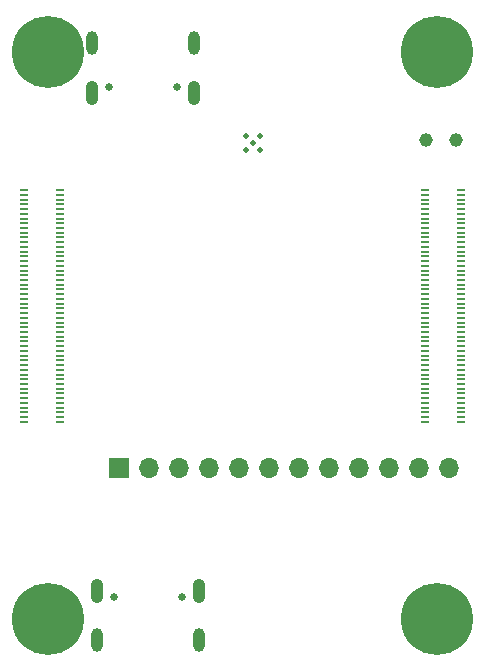
<source format=gts>
%TF.GenerationSoftware,KiCad,Pcbnew,7.0.5*%
%TF.CreationDate,2023-07-07T08:41:41+03:00*%
%TF.ProjectId,carrier_board_v1,63617272-6965-4725-9f62-6f6172645f76,v01*%
%TF.SameCoordinates,Original*%
%TF.FileFunction,Soldermask,Top*%
%TF.FilePolarity,Negative*%
%FSLAX46Y46*%
G04 Gerber Fmt 4.6, Leading zero omitted, Abs format (unit mm)*
G04 Created by KiCad (PCBNEW 7.0.5) date 2023-07-07 08:41:41*
%MOMM*%
%LPD*%
G01*
G04 APERTURE LIST*
%ADD10R,1.700000X1.700000*%
%ADD11O,1.700000X1.700000*%
%ADD12C,6.100000*%
%ADD13R,0.700000X0.200000*%
%ADD14C,0.499999*%
%ADD15C,1.168400*%
%ADD16C,0.650000*%
%ADD17O,1.050000X2.100000*%
%ADD18O,1.000000X2.000000*%
G04 APERTURE END LIST*
D10*
%TO.C,J7*%
X136075000Y-117200000D03*
D11*
X138615000Y-117200000D03*
X141155000Y-117200000D03*
X143695000Y-117200000D03*
X146235000Y-117200000D03*
X148775000Y-117200000D03*
X151315000Y-117200000D03*
X153855000Y-117200000D03*
X156395000Y-117200000D03*
X158935000Y-117200000D03*
X161475000Y-117200000D03*
X164015000Y-117200000D03*
%TD*%
D12*
%TO.C,V1*%
X163000000Y-130000000D03*
X163000000Y-82000000D03*
X130000000Y-130000000D03*
X130000000Y-82000000D03*
D13*
X165000000Y-113300000D03*
X161920000Y-113300000D03*
X165000000Y-112900000D03*
X161920000Y-112900000D03*
X165000000Y-112500000D03*
X161920000Y-112500000D03*
X165000000Y-112100000D03*
X161920000Y-112100000D03*
X165000000Y-111700000D03*
X161920000Y-111700000D03*
X165000000Y-111300000D03*
X161920000Y-111300000D03*
X165000000Y-110900000D03*
X161920000Y-110900000D03*
X165000000Y-110500000D03*
X161920000Y-110500000D03*
X165000000Y-110100000D03*
X161920000Y-110100000D03*
X165000000Y-109700000D03*
X161920000Y-109700000D03*
X165000000Y-109300000D03*
X161920000Y-109300000D03*
X165000000Y-108900000D03*
X161920000Y-108900000D03*
X165000000Y-108500000D03*
X161920000Y-108500000D03*
X165000000Y-108100000D03*
X161920000Y-108100000D03*
X165000000Y-107700000D03*
X161920000Y-107700000D03*
X165000000Y-107300000D03*
X161920000Y-107300000D03*
X165000000Y-106900000D03*
X161920000Y-106900000D03*
X165000000Y-106500000D03*
X161920000Y-106500000D03*
X165000000Y-106100000D03*
X161920000Y-106100000D03*
X165000000Y-105700000D03*
X161920000Y-105700000D03*
X165000000Y-105300000D03*
X161920000Y-105300000D03*
X165000000Y-104900000D03*
X161920000Y-104900000D03*
X165000000Y-104500000D03*
X161920000Y-104500000D03*
X165000000Y-104100000D03*
X161920000Y-104100000D03*
X165000000Y-103700000D03*
X161920000Y-103700000D03*
X165000000Y-103300000D03*
X161920000Y-103300000D03*
X165000000Y-102900000D03*
X161920000Y-102900000D03*
X165000000Y-102500000D03*
X161920000Y-102500000D03*
X165000000Y-102100000D03*
X161920000Y-102100000D03*
X165000000Y-101700000D03*
X161920000Y-101700000D03*
X165000000Y-101300000D03*
X161920000Y-101300000D03*
X165000000Y-100900000D03*
X161920000Y-100900000D03*
X165000000Y-100500000D03*
X161920000Y-100500000D03*
X165000000Y-100100000D03*
X161920000Y-100100000D03*
X165000000Y-99700000D03*
X161920000Y-99700000D03*
X165000000Y-99300000D03*
X161920000Y-99300000D03*
X165000000Y-98900000D03*
X161920000Y-98900000D03*
X165000000Y-98500000D03*
X161920000Y-98500000D03*
X165000000Y-98100000D03*
X161920000Y-98100000D03*
X165000000Y-97700000D03*
X161920000Y-97700000D03*
X165000000Y-97300000D03*
X161920000Y-97300000D03*
X165000000Y-96900000D03*
X161920000Y-96900000D03*
X165000000Y-96500000D03*
X161920000Y-96500000D03*
X165000000Y-96100000D03*
X161920000Y-96100000D03*
X165000000Y-95700000D03*
X161920000Y-95700000D03*
X165000000Y-95300000D03*
X161920000Y-95300000D03*
X165000000Y-94900000D03*
X161920000Y-94900000D03*
X165000000Y-94500000D03*
X161920000Y-94500000D03*
X165000000Y-94100000D03*
X161920000Y-94100000D03*
X165000000Y-93700000D03*
X161920000Y-93700000D03*
X131080000Y-113300000D03*
X128000000Y-113300000D03*
X131080000Y-112900000D03*
X128000000Y-112900000D03*
X131080000Y-112500000D03*
X128000000Y-112500000D03*
X131080000Y-112100000D03*
X128000000Y-112100000D03*
X131080000Y-111700000D03*
X128000000Y-111700000D03*
X131080000Y-111300000D03*
X128000000Y-111300000D03*
X131080000Y-110900000D03*
X128000000Y-110900000D03*
X131080000Y-110500000D03*
X128000000Y-110500000D03*
X131080000Y-110100000D03*
X128000000Y-110100000D03*
X131080000Y-109700000D03*
X128000000Y-109700000D03*
X131080000Y-109300000D03*
X128000000Y-109300000D03*
X131080000Y-108900000D03*
X128000000Y-108900000D03*
X131080000Y-108500000D03*
X128000000Y-108500000D03*
X131080000Y-108100000D03*
X128000000Y-108100000D03*
X131080000Y-107700000D03*
X128000000Y-107700000D03*
X131080000Y-107300000D03*
X128000000Y-107300000D03*
X131080000Y-106900000D03*
X128000000Y-106900000D03*
X131080000Y-106500000D03*
X128000000Y-106500000D03*
X131080000Y-106100000D03*
X128000000Y-106100000D03*
X131080000Y-105700000D03*
X128000000Y-105700000D03*
X131080000Y-105300000D03*
X128000000Y-105300000D03*
X131080000Y-104900000D03*
X128000000Y-104900000D03*
X131080000Y-104500000D03*
X128000000Y-104500000D03*
X131080000Y-104100000D03*
X128000000Y-104100000D03*
X131080000Y-103700000D03*
X128000000Y-103700000D03*
X131080000Y-103300000D03*
X128000000Y-103300000D03*
X131080000Y-102900000D03*
X128000000Y-102900000D03*
X131080000Y-102500000D03*
X128000000Y-102500000D03*
X131080000Y-102100000D03*
X128000000Y-102100000D03*
X131080000Y-101700000D03*
X128000000Y-101700000D03*
X131080000Y-101300000D03*
X128000000Y-101300000D03*
X131080000Y-100900000D03*
X128000000Y-100900000D03*
X131080000Y-100500000D03*
X128000000Y-100500000D03*
X131080000Y-100100000D03*
X128000000Y-100100000D03*
X131080000Y-99700000D03*
X128000000Y-99700000D03*
X131080000Y-99300000D03*
X128000000Y-99300000D03*
X131080000Y-98900000D03*
X128000000Y-98900000D03*
X131080000Y-98500000D03*
X128000000Y-98500000D03*
X131080000Y-98100000D03*
X128000000Y-98100000D03*
X131080000Y-97700000D03*
X128000000Y-97700000D03*
X131080000Y-97300000D03*
X128000000Y-97300000D03*
X131080000Y-96900000D03*
X128000000Y-96900000D03*
X131080000Y-96500000D03*
X128000000Y-96500000D03*
X131080000Y-96100000D03*
X128000000Y-96100000D03*
X131080000Y-95700000D03*
X128000000Y-95700000D03*
X131080000Y-95300000D03*
X128000000Y-95300000D03*
X131080000Y-94900000D03*
X128000000Y-94900000D03*
X131080000Y-94500000D03*
X128000000Y-94500000D03*
X131080000Y-94100000D03*
X128000000Y-94100000D03*
X131080000Y-93700000D03*
X128000000Y-93700000D03*
%TD*%
D14*
%TO.C,U1*%
X147964999Y-90314998D03*
X147964999Y-89135001D03*
X147375000Y-89725000D03*
X146785001Y-90314998D03*
X146785001Y-89135001D03*
%TD*%
D15*
%TO.C,C7*%
X162080000Y-89475000D03*
X164620000Y-89475000D03*
%TD*%
D16*
%TO.C,J4*%
X141377500Y-128125000D03*
X135597500Y-128125000D03*
D17*
X142807500Y-127625000D03*
D18*
X142807500Y-131805000D03*
X134167500Y-131805000D03*
D17*
X134167500Y-127625000D03*
%TD*%
D16*
%TO.C,J6*%
X135160000Y-84930000D03*
X140940000Y-84930000D03*
D17*
X133730000Y-85430000D03*
D18*
X133730000Y-81250000D03*
X142370000Y-81250000D03*
D17*
X142370000Y-85430000D03*
%TD*%
M02*

</source>
